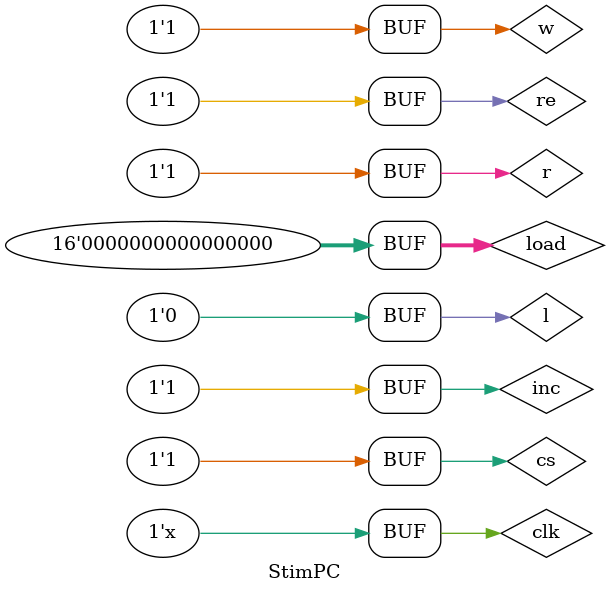
<source format=v>
module StimDFlipFlopRE ;

wire q,q_ ;
reg d,c ;

DFlipFlop D(d,c,q,q_) ;

initial 
begin 
	c = 1'b1 ;
end

always 
begin 
	c = ~c ; #3 ;
end 

initial
begin
	d = 1'b0 ; #10 ;
	d = 1'b1 ; #10 ;
	d = 1'b0 ; #10 ;
	d = 1'b1 ; #10 ;
end

endmodule

module StimDFlipFlopSReset ;

wire q,q_ ;
reg d,c,re ;

DFlipFlopSReset D(d,c,q,q_,re) ;

initial 
begin 
	c = 1'b1 ;
end

always 
begin 
	c = ~c ; #3 ;
end 

initial
begin
	d = 1'b0 ; re = 1'b0 ; #10 ; 
	d = 1'b1 ; #5 ; re = 1'b1 ; #5 ; re = 1'b0 ;
	d = 1'b0 ; #10 ;
	d = 1'b1 ; #5 ; re = 1'b1 ; #5 ;
end

endmodule

module StimDFlipFlopAResetLow ;

wire q,q_ ;
reg d,c,re ;

DFlipFlopAResetLow D(d,c,q,q_,re) ;

initial 
begin 
	c = 1'b1 ;
end

always 
begin 
	c = ~c ; #3 ;
end 

initial
begin
	d = 1'b0 ; re = 1'b0 ; #10 ; 
	d = 1'b1 ; #5 ; re = 1'b1 ; #5 ; re = 1'b0 ;
	d = 1'b0 ; #10 ;
	d = 1'b1 ; #5 ; re = 1'b1 ; #5 ;
end

endmodule

module StimDFlipFlopAResetHigh ;

wire q,q_ ;
reg d,c,re ;

DFlipFlopAResetHigh D(d,c,q,q_,re) ;

initial 
begin 
	c = 1'b1 ;
end

always 
begin 
	c = ~c ; #3 ;
end 

initial
begin
	d = 1'b0 ; re = 1'b0 ; #10 ; 
	d = 1'b1 ; #5 ; re = 1'b1 ; #5 ; re = 1'b0 ;
	d = 1'b0 ; #10 ;
	d = 1'b1 ; #5 ; re = 1'b1 ; #5 ;
end

endmodule

module StimBinaryCell ;

wire DOut ;
reg DIn,clk,cs,w,r ;

BinaryCell B(DIn,clk,cs,w,r,DOut) ;

initial 
begin 
	clk = 1'b1 ;
end

always 
begin 
	clk = ~clk ; #3 ;
end 

initial
begin
	DIn = 1'b0 ; cs = 1'b0 ; w = 1'b0 ; r = 1'b0 ; #5 ; 
	DIn = 1'b1 ; cs = 1'b0 ; w = 1'b1 ; r = 1'b0 ; #5 ;
	DIn = 1'b1 ; cs = 1'b0 ; w = 1'b1 ; r = 1'b1 ; #5 ;
	DIn = 1'b1 ; cs = 1'b0 ; w = 1'b1 ; r = 1'b0 ; #5 ;
	DIn = 1'b0 ; cs = 1'b1 ; w = 1'b1 ; r = 1'b0 ; #5 ;
	DIn = 1'b1 ; cs = 1'b1 ; w = 1'b1 ; r = 1'b1 ; #5 ;
	DIn = 1'b1 ; cs = 1'b1 ; w = 1'b1 ; r = 1'b1 ; #5 ;
	DIn = 1'b0 ; cs = 1'b1 ; w = 1'b0 ; r = 1'b1 ; #5 ;
	DIn = 1'b0 ; cs = 1'b1 ; w = 1'b1 ; r = 1'b1 ; #5 ;
	DIn = 1'b1 ; cs = 1'b0 ; w = 1'b1 ; r = 1'b0 ; #5 ;
	DIn = 1'b1 ; cs = 1'b0 ; w = 1'b1 ; r = 1'b0 ; #5 ;
end

endmodule

module StimReg ;

wire [15:0] DOut ;
reg [15:0] DIn ;
reg clk,cs,w,r ;

Reg16Bit B(DIn,clk,cs,w,r,DOut) ;

initial 
begin 
	clk = 1'b1 ;
end

always 
begin 
	clk = ~clk ; #3 ;
end 

initial
begin
	DIn = 1465 ; cs = 1'b0 ; w = 1'b0 ; r = 1'b0 ; #5 ; 
	DIn = 325 ; cs = 1'b0 ; w = 1'b1 ; r = 1'b0 ; #5 ;
	DIn = 4362 ; cs = 1'b0 ; w = 1'b1 ; r = 1'b1 ; #5 ;
	DIn = 724 ; cs = 1'b0 ; w = 1'b1 ; r = 1'b0 ; #5 ;
	DIn = 345 ; cs = 1'b1 ; w = 1'b1 ; r = 1'b0 ; #5 ;
	DIn = 45 ; cs = 1'b1 ; w = 1'b1 ; r = 1'b1 ; #5 ;
	DIn = 64 ; cs = 1'b1 ; w = 1'b1 ; r = 1'b1 ; #5 ;
	DIn = 3264 ; cs = 1'b1 ; w = 1'b0 ; r = 1'b1 ; #5 ;
	DIn = 263 ; cs = 1'b1 ; w = 1'b1 ; r = 1'b1 ; #5 ;
	DIn = 643 ; cs = 1'b0 ; w = 1'b1 ; r = 1'b0 ; #5 ;
	DIn = 42 ; cs = 1'b0 ; w = 1'b1 ; r = 1'b0 ; #5 ;
end

endmodule

module StimRAM8 ;

wire [15:0] DOut ;
reg [15:0] DIn ;
reg e,clk,w,r ;
reg [2:0] addr ;

RAM8 R(e,DIn,clk,addr,w,r,DOut) ;

initial 
begin 
	e = 1'b1 ;
	clk = 1'b1 ;
end

always 
begin 
	clk = ~clk ; #3 ;
end

initial 
begin
	DIn = 1 ; addr = 0 ; w = 1'b1 ; r = 1'b0 ; #10 ;
	DIn = 2 ; addr = 1 ; w = 1'b1 ; r = 1'b0 ; #10 ;
	DIn = 3 ; addr = 2 ; w = 1'b1 ; r = 1'b0 ; #10 ;
	DIn = 4 ; addr = 3 ; w = 1'b1 ; r = 1'b0 ; #10 ;
	DIn = 5 ; addr = 4 ; w = 1'b1 ; r = 1'b0 ; #10 ;
	DIn = 6 ; addr = 5 ; w = 1'b1 ; r = 1'b0 ; #10 ;
	DIn = 7 ; addr = 6 ; w = 1'b1 ; r = 1'b0 ; #10 ;
	DIn = 8 ; addr = 7 ; w = 1'b1 ; r = 1'b0 ; #10 ;

	DIn = 0 ; addr = 0 ; w = 1'b0 ; r = 1'b1 ; #10 ;
	DIn = 0 ; addr = 1 ; w = 1'b0 ; r = 1'b1 ; #10 ;
	DIn = 0 ; addr = 2 ; w = 1'b0 ; r = 1'b1 ; #10 ;
	DIn = 0 ; addr = 3 ; w = 1'b0 ; r = 1'b1 ; #10 ;
	DIn = 0 ; addr = 4 ; w = 1'b0 ; r = 1'b1 ; #10 ;
	DIn = 0 ; addr = 5 ; w = 1'b0 ; r = 1'b1 ; #10 ;
	DIn = 0 ; addr = 6 ; w = 1'b0 ; r = 1'b1 ; #10 ;
	DIn = 0 ; addr = 7 ; w = 1'b0 ; r = 1'b1 ; #10 ;

end

endmodule	

module StimRAM64 ;

wire [15:0] DOut ;
reg [15:0] DIn ;
reg e,clk,w,r ;
reg [5:0] addr ;
integer i ;

RAM64 R(e,DIn,clk,addr,w,r,DOut) ;

initial 
begin 
	e = 1'b1 ;
	clk = 1'b1 ;
end

always 
begin 
	clk = ~clk ; #3 ;
end

initial 
begin
for(i=0;i<64;i=i+1)
begin
	DIn = i ; addr = i ; w =1'b1 ; r = 1'b0 ; #10 ;
end
DIn = 100 ;
for(i=0;i<64;i=i+1)
begin
	addr = i ; w =1'b0 ; r = 1'b1 ; #10 ;
end

end

endmodule

module StimRAM512 ;

wire [15:0] DOut ;
reg [15:0] DIn ;
reg e,clk,w,r ;
reg [8:0] addr ;
integer i ;

RAM512 R(e,DIn,clk,addr,w,r,DOut) ;

initial 
begin 
	e = 1'b1 ;
	clk = 1'b1 ;
end

always 
begin 
	clk = ~clk ; #3 ;
end

initial 
begin
for(i=0;i<128;i=i+1)
begin
	DIn = i ; addr = i ; w =1'b1 ; r = 1'b0 ; #10 ;
end
DIn = 100 ;
for(i=0;i<128;i=i+1)
begin
	addr = i ; w =1'b0 ; r = 1'b1 ; #10 ;
end

end

endmodule

module StimRAM4K ;

wire [15:0] DOut ;
reg [15:0] DIn ;
reg e,clk,w,r ;
reg [11:0] addr ;
integer i ;

RAM4K R(e,DIn,clk,addr,w,r,DOut) ;

initial 
begin 
	e = 1'b1 ;
	clk = 1'b1 ;
end

always 
begin 
	clk = ~clk ; #3 ;
end

initial 
begin
for(i=0;i<128;i=i+1)
begin
	DIn = i ; addr = 4*i ; w =1'b1 ; r = 1'b0 ; #10 ;
end
DIn = 100 ;
for(i=0;i<128;i=i+1)
begin
	addr = 4*i ; w =1'b0 ; r = 1'b1 ; #10 ;
end

end

endmodule

module StimRAM16K ;

wire [15:0] DOut ;
reg [15:0] DIn ;
reg e,clk,w,r ;
reg [13:0] addr ;
integer i ;

RAM16K R(e,DIn,clk,addr,w,r,DOut) ;

initial 
begin 
	e = 1'b1 ;
	clk = 1'b1 ;
end

always 
begin 
	clk = ~clk ; #3 ;
end

initial 
begin
for(i=0;i<12;i=i+1)
begin
	DIn = i ; addr = 10*i ; w =1'b1 ; r = 1'b0 ; #10 ;
end
DIn = 100 ;
for(i=0;i<12;i=i+1)
begin
	addr = 10*i ; w =1'b0 ; r = 1'b1 ; #10 ;
end

end

endmodule

module StimPC ;

reg re,inc,l,clk,cs,w,r ;
reg [15:0] load ;
wire [15:0] DOut ;

PC P(re,inc,load,l,clk,cs,w,r,DOut) ;

initial 
begin 
	clk = 1'b1 ;
end

always 
begin 
	clk = ~clk ; #3 ;
end

initial 
begin
	re = 1'b1 ;inc = 1'b0 ; load = 0 ; l = 1'b0 ; cs = 1'b1 ; w = 1'b1 ; r = 1'b1 ; #5 ;
	re = 1'b0 ; inc = 1'b0 ; load = 0 ; l = 1'b1 ; cs = 1'b1 ; w = 1'b1 ; r = 1'b1 ; #5 ;
	re = 1'b0 ; inc = 1'b1 ; load = 0 ; l = 1'b0 ; cs = 1'b1 ; w = 1'b1 ; r = 1'b1 ; #5 ;
	re = 1'b0 ; inc = 1'b0 ; load = 0 ; l = 1'b0 ; cs = 1'b1 ; w = 1'b1 ; r = 1'b1 ; #5 ;
	re = 1'b0 ; inc = 1'b1 ; load = 0 ; l = 1'b0 ; cs = 1'b1 ; w = 1'b1 ; r = 1'b1 ; #5 ;
	re = 1'b0 ; inc = 1'b0 ; load = 0 ; l = 1'b0 ; cs = 1'b1 ; w = 1'b1 ; r = 1'b1 ; #5 ;
	re = 1'b0 ; inc = 1'b1 ; load = 0 ; l = 1'b0 ; cs = 1'b1 ; w = 1'b1 ; r = 1'b1 ; #5 ;
	re = 1'b0 ; inc = 1'b1 ; load = 0 ; l = 1'b0 ; cs = 1'b1 ; w = 1'b1 ; r = 1'b1 ; #5 ;
	re = 1'b0 ; inc = 1'b1 ; load = 0 ; l = 1'b0 ; cs = 1'b1 ; w = 1'b1 ; r = 1'b1 ; #5 ;
	re = 1'b0 ; inc = 1'b1 ; load = 0 ; l = 1'b0 ; cs = 1'b1 ; w = 1'b1 ; r = 1'b1 ; #5 ;
	re = 1'b0 ; inc = 1'b1 ; load = 0 ; l = 1'b0 ; cs = 1'b1 ; w = 1'b1 ; r = 1'b1 ; #5 ;
	re = 1'b0 ; inc = 1'b1 ; load = 0 ; l = 1'b0 ; cs = 1'b1 ; w = 1'b1 ; r = 1'b1 ; #5 ;
	re = 1'b0 ; inc = 1'b0 ; load = 1000 ; l = 1'b1 ; cs = 1'b1 ; w = 1'b1 ; r = 1'b1 ; #5 ;
	re = 1'b0 ; inc = 1'b1 ; load = 0 ; l = 1'b0 ; cs = 1'b1 ; w = 1'b1 ; r = 1'b1 ; #5 ;
	re = 1'b0 ; inc = 1'b1 ; load = 0 ; l = 1'b0 ; cs = 1'b1 ; w = 1'b1 ; r = 1'b1 ; #5 ;
	re = 1'b0 ; inc = 1'b1 ; load = 0 ; l = 1'b0 ; cs = 1'b1 ; w = 1'b1 ; r = 1'b1 ; #5 ;
	re = 1'b0 ; inc = 1'b1 ; load = 0 ; l = 1'b0 ; cs = 1'b1 ; w = 1'b1 ; r = 1'b1 ; #5 ;
	re = 1'b0 ; inc = 1'b1 ; load = 0 ; l = 1'b0 ; cs = 1'b1 ; w = 1'b1 ; r = 1'b1 ; #5 ;
	re = 1'b0 ; inc = 1'b1 ; load = 0 ; l = 1'b0 ; cs = 1'b1 ; w = 1'b1 ; r = 1'b1 ; #5 ;
	re = 1'b0 ; inc = 1'b1 ; load = 0 ; l = 1'b0 ; cs = 1'b1 ; w = 1'b1 ; r = 1'b1 ; #5 ;
	re = 1'b0 ; inc = 1'b1 ; load = 0 ; l = 1'b0 ; cs = 1'b1 ; w = 1'b1 ; r = 1'b1 ; #5 ;
	re = 1'b0 ; inc = 1'b1 ; load = 0 ; l = 1'b0 ; cs = 1'b1 ; w = 1'b1 ; r = 1'b1 ; #5 ;
	re = 1'b0 ; inc = 1'b1 ; load = 0 ; l = 1'b0 ; cs = 1'b1 ; w = 1'b1 ; r = 1'b1 ; #5 ;
	re = 1'b1 ; inc = 1'b1 ; load = 0 ; l = 1'b0 ; cs = 1'b1 ; w = 1'b1 ; r = 1'b1 ; #5 ;

end

endmodule 
</source>
